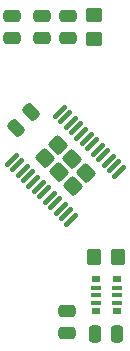
<source format=gbr>
%TF.GenerationSoftware,KiCad,Pcbnew,7.0.8*%
%TF.CreationDate,2024-04-19T17:39:31-04:00*%
%TF.ProjectId,rcl57_mcu,72636c35-375f-46d6-9375-2e6b69636164,rev?*%
%TF.SameCoordinates,Original*%
%TF.FileFunction,Paste,Bot*%
%TF.FilePolarity,Positive*%
%FSLAX46Y46*%
G04 Gerber Fmt 4.6, Leading zero omitted, Abs format (unit mm)*
G04 Created by KiCad (PCBNEW 7.0.8) date 2024-04-19 17:39:31*
%MOMM*%
%LPD*%
G01*
G04 APERTURE LIST*
G04 Aperture macros list*
%AMRoundRect*
0 Rectangle with rounded corners*
0 $1 Rounding radius*
0 $2 $3 $4 $5 $6 $7 $8 $9 X,Y pos of 4 corners*
0 Add a 4 corners polygon primitive as box body*
4,1,4,$2,$3,$4,$5,$6,$7,$8,$9,$2,$3,0*
0 Add four circle primitives for the rounded corners*
1,1,$1+$1,$2,$3*
1,1,$1+$1,$4,$5*
1,1,$1+$1,$6,$7*
1,1,$1+$1,$8,$9*
0 Add four rect primitives between the rounded corners*
20,1,$1+$1,$2,$3,$4,$5,0*
20,1,$1+$1,$4,$5,$6,$7,0*
20,1,$1+$1,$6,$7,$8,$9,0*
20,1,$1+$1,$8,$9,$2,$3,0*%
G04 Aperture macros list end*
%ADD10RoundRect,0.250000X0.350000X0.450000X-0.350000X0.450000X-0.350000X-0.450000X0.350000X-0.450000X0*%
%ADD11RoundRect,0.250000X0.475000X-0.250000X0.475000X0.250000X-0.475000X0.250000X-0.475000X-0.250000X0*%
%ADD12RoundRect,0.250000X-0.475000X0.250000X-0.475000X-0.250000X0.475000X-0.250000X0.475000X0.250000X0*%
%ADD13R,0.800000X0.480000*%
%ADD14R,0.900000X0.320000*%
%ADD15RoundRect,0.250000X-0.159099X0.512652X-0.512652X0.159099X0.159099X-0.512652X0.512652X-0.159099X0*%
%ADD16RoundRect,0.250000X-0.450000X0.350000X-0.450000X-0.350000X0.450000X-0.350000X0.450000X0.350000X0*%
%ADD17RoundRect,0.249999X0.017678X-0.576293X0.576293X-0.017678X-0.017678X0.576293X-0.576293X0.017678X0*%
%ADD18RoundRect,0.100000X-0.388909X-0.530330X0.530330X0.388909X0.388909X0.530330X-0.530330X-0.388909X0*%
%ADD19RoundRect,0.250000X0.250000X0.475000X-0.250000X0.475000X-0.250000X-0.475000X0.250000X-0.475000X0*%
G04 APERTURE END LIST*
D10*
%TO.C,R4*%
X149300000Y-104400000D03*
X147300000Y-104400000D03*
%TD*%
D11*
%TO.C,C2*%
X145000000Y-110850000D03*
X145000000Y-108950000D03*
%TD*%
D12*
%TO.C,C3*%
X142900000Y-83950000D03*
X142900000Y-85850000D03*
%TD*%
%TO.C,C5*%
X140300000Y-83950000D03*
X140300000Y-85850000D03*
%TD*%
D13*
%TO.C,RN1*%
X149200000Y-106240000D03*
D14*
X149200000Y-106960000D03*
X149200000Y-107600000D03*
X149200000Y-108240000D03*
D13*
X149200000Y-108960000D03*
X147400000Y-108960000D03*
D14*
X147400000Y-108240000D03*
X147400000Y-107600000D03*
X147400000Y-106960000D03*
D13*
X147400000Y-106240000D03*
%TD*%
D12*
%TO.C,C6*%
X145100000Y-83950000D03*
X145100000Y-85850000D03*
%TD*%
D15*
%TO.C,C4*%
X141971751Y-92128249D03*
X140628249Y-93471751D03*
%TD*%
D16*
%TO.C,R1*%
X147300000Y-85900000D03*
X147300000Y-83900000D03*
%TD*%
D17*
%TO.C,U2*%
X143113445Y-96031873D03*
X144294314Y-97212741D03*
X145475182Y-98393610D03*
X144244816Y-94900502D03*
X145425684Y-96081371D03*
X146606553Y-97262239D03*
D18*
X145354974Y-101207895D03*
X144895354Y-100748275D03*
X144435735Y-100288656D03*
X143976116Y-99829037D03*
X143516496Y-99369417D03*
X143056877Y-98909798D03*
X142597257Y-98450178D03*
X142137638Y-97990559D03*
X141678018Y-97530939D03*
X141218399Y-97071320D03*
X140758780Y-96611701D03*
X140299160Y-96152081D03*
X144365024Y-92086217D03*
X144824644Y-92545837D03*
X145284263Y-93005456D03*
X145743882Y-93465075D03*
X146203502Y-93924695D03*
X146663121Y-94384314D03*
X147122741Y-94843934D03*
X147582360Y-95303553D03*
X148041980Y-95763173D03*
X148501599Y-96222792D03*
X148961218Y-96682411D03*
X149420838Y-97142031D03*
%TD*%
D19*
%TO.C,C1*%
X149250000Y-110900000D03*
X147350000Y-110900000D03*
%TD*%
M02*

</source>
